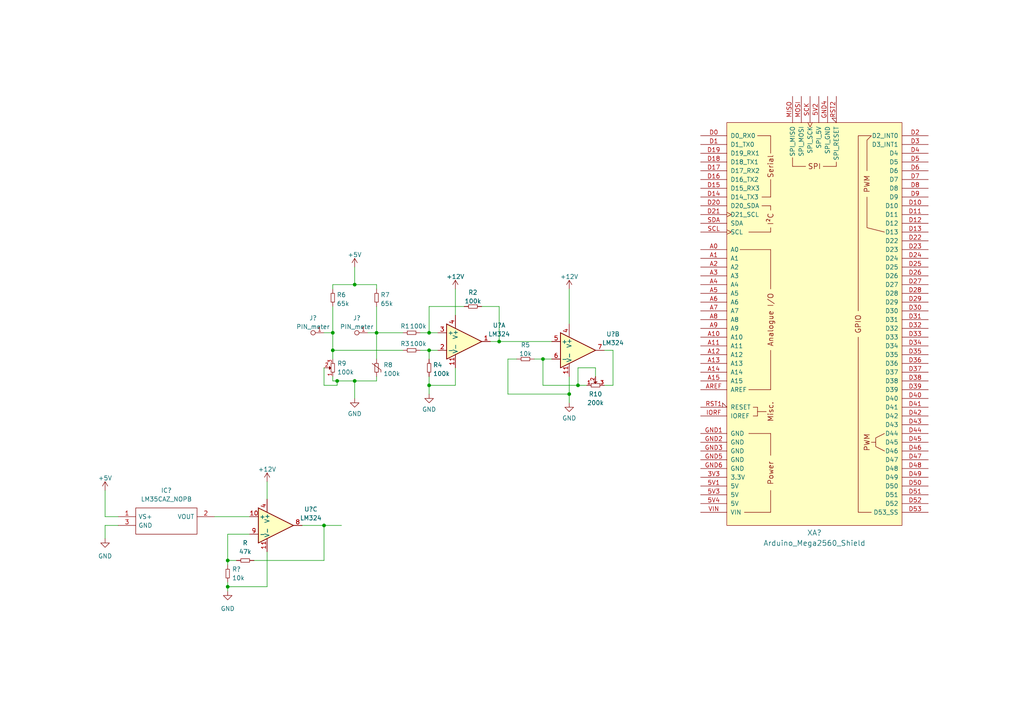
<source format=kicad_sch>
(kicad_sch (version 20211123) (generator eeschema)
  (paper "A4")
  (lib_symbols
    (symbol "EESTN5:Arduino_Mega2560_Shield" (pin_names (offset 1.016))
      (property "Reference" "XA" (at 2.54 0 90))
      (property "Value" "Arduino_Mega2560_Shield" (at -2.54 0 90))
      (symbol "Arduino_Mega2560_Shield_0_0"
        (rectangle (start -25.4 -58.42) (end 25.4 58.42) (fill (type background)))
        (rectangle (start -20.32 -54.61) (end -12.7 -54.61))
        (rectangle (start -19.05 -31.75) (end -12.7 -31.75))
        (rectangle (start -19.05 -19.05) (end -12.7 -19.05))
        (rectangle (start -19.05 26.67) (end -12.7 26.67))
        (rectangle (start -17.78 -26.67) (end -16.51 -26.67))
        (rectangle (start -17.78 -24.13) (end -16.51 -24.13))
        (rectangle (start -16.51 -25.4) (end -13.97 -25.4))
        (rectangle (start -16.51 -24.13) (end -16.51 -26.67))
        (rectangle (start -16.51 54.61) (end -12.7 54.61))
        (rectangle (start -15.24 34.29) (end -12.7 34.29))
        (rectangle (start -15.24 36.83) (end -12.7 36.83))
        (rectangle (start -12.7 -54.61) (end -12.7 -48.26))
        (rectangle (start -12.7 -31.75) (end -12.7 -38.1))
        (rectangle (start -12.7 26.67) (end -12.7 27.94))
        (rectangle (start -12.7 34.29) (end -12.7 33.02))
        (rectangle (start -12.7 41.91) (end -12.7 36.83))
        (rectangle (start -12.7 49.53) (end -12.7 54.61))
        (rectangle (start -6.35 48.26) (end -6.35 45.72))
        (rectangle (start -2.54 45.72) (end -6.35 45.72))
        (polyline (pts (xy -21.59 21.59) (xy -12.7 21.59)))
        (polyline (pts (xy -12.7 -19.05) (xy -12.7 -7.62)))
        (polyline (pts (xy -12.7 10.16) (xy -12.7 21.59)))
        (polyline (pts (xy 12.7 -54.61) (xy 16.51 -54.61)))
        (polyline (pts (xy 12.7 54.61) (xy 16.51 54.61)))
        (polyline (pts (xy 17.78 -34.29) (xy 16.51 -34.29)))
        (polyline (pts (xy 15.24 36.83) (xy 15.24 27.94) (xy 20.32 26.67)))
        (polyline (pts (xy 15.24 44.45) (xy 15.24 53.34) (xy 16.51 54.61)))
        (polyline (pts (xy 20.32 -31.75) (xy 17.78 -33.02) (xy 17.78 -35.56) (xy 20.32 -36.83)))
        (rectangle (start 6.35 45.72) (end 2.54 45.72))
        (rectangle (start 6.35 46.99) (end 6.35 45.72))
        (text "Analogue I/O" (at -12.7 1.27 900) (effects (font (size 1.524 1.524))))
        (text "I²C" (at -12.7 30.48 900) (effects (font (size 1.524 1.524))))
        (text "Misc." (at -12.7 -25.4 900) (effects (font (size 1.524 1.524))))
        (text "Power" (at -12.7 -43.18 900) (effects (font (size 1.524 1.524))))
        (text "PWM" (at 15.24 -34.29 900) (effects (font (size 1.524 1.524))))
        (text "PWM" (at 15.24 40.64 900) (effects (font (size 1.524 1.524))))
        (text "Serial" (at -12.7 45.72 900) (effects (font (size 1.524 1.524))))
        (text "SPI" (at 0 45.72 0) (effects (font (size 1.524 1.524))))
      )
      (symbol "Arduino_Mega2560_Shield_1_0"
        (rectangle (start 12.7 -54.61) (end 12.7 -3.81))
        (rectangle (start 12.7 54.61) (end 12.7 3.81))
        (text "GPIO" (at 12.7 0 900) (effects (font (size 1.524 1.524))))
      )
      (symbol "Arduino_Mega2560_Shield_1_1"
        (pin power_in line (at -33.02 -44.45 0) (length 7.62) (name "3.3V") (number "3V3"))
        (pin power_in line (at -33.02 -46.99 0) (length 7.62) (name "5V") (number "5V1"))
        (pin power_in line (at 1.27 66.04 270) (length 7.62) (name "SPI_5V") (number "5V2"))
        (pin power_in line (at -33.02 -49.53 0) (length 7.62) (name "5V") (number "5V3"))
        (pin power_in line (at -33.02 -52.07 0) (length 7.62) (name "5V") (number "5V4"))
        (pin bidirectional line (at -33.02 21.59 0) (length 7.62) (name "A0") (number "A0"))
        (pin bidirectional line (at -33.02 19.05 0) (length 7.62) (name "A1") (number "A1"))
        (pin bidirectional line (at -33.02 -3.81 0) (length 7.62) (name "A10") (number "A10"))
        (pin bidirectional line (at -33.02 -6.35 0) (length 7.62) (name "A11") (number "A11"))
        (pin bidirectional line (at -33.02 -8.89 0) (length 7.62) (name "A12") (number "A12"))
        (pin bidirectional line (at -33.02 -11.43 0) (length 7.62) (name "A13") (number "A13"))
        (pin bidirectional line (at -33.02 -13.97 0) (length 7.62) (name "A14") (number "A14"))
        (pin bidirectional line (at -33.02 -16.51 0) (length 7.62) (name "A15") (number "A15"))
        (pin bidirectional line (at -33.02 16.51 0) (length 7.62) (name "A2") (number "A2"))
        (pin bidirectional line (at -33.02 13.97 0) (length 7.62) (name "A3") (number "A3"))
        (pin bidirectional line (at -33.02 11.43 0) (length 7.62) (name "A4") (number "A4"))
        (pin bidirectional line (at -33.02 8.89 0) (length 7.62) (name "A5") (number "A5"))
        (pin bidirectional line (at -33.02 6.35 0) (length 7.62) (name "A6") (number "A6"))
        (pin bidirectional line (at -33.02 3.81 0) (length 7.62) (name "A7") (number "A7"))
        (pin bidirectional line (at -33.02 1.27 0) (length 7.62) (name "A8") (number "A8"))
        (pin bidirectional line (at -33.02 -1.27 0) (length 7.62) (name "A9") (number "A9"))
        (pin input line (at -33.02 -19.05 0) (length 7.62) (name "AREF") (number "AREF"))
        (pin bidirectional line (at -33.02 54.61 0) (length 7.62) (name "D0_RX0") (number "D0"))
        (pin bidirectional line (at -33.02 52.07 0) (length 7.62) (name "D1_TX0") (number "D1"))
        (pin bidirectional line (at 33.02 34.29 180) (length 7.62) (name "D10") (number "D10"))
        (pin bidirectional line (at 33.02 31.75 180) (length 7.62) (name "D11") (number "D11"))
        (pin bidirectional line (at 33.02 29.21 180) (length 7.62) (name "D12") (number "D12"))
        (pin bidirectional line (at 33.02 26.67 180) (length 7.62) (name "D13") (number "D13"))
        (pin bidirectional line (at -33.02 36.83 0) (length 7.62) (name "D14_TX3") (number "D14"))
        (pin bidirectional line (at -33.02 39.37 0) (length 7.62) (name "D15_RX3") (number "D15"))
        (pin bidirectional line (at -33.02 41.91 0) (length 7.62) (name "D16_TX2") (number "D16"))
        (pin bidirectional line (at -33.02 44.45 0) (length 7.62) (name "D17_RX2") (number "D17"))
        (pin bidirectional line (at -33.02 46.99 0) (length 7.62) (name "D18_TX1") (number "D18"))
        (pin bidirectional line (at -33.02 49.53 0) (length 7.62) (name "D19_RX1") (number "D19"))
        (pin bidirectional line (at 33.02 54.61 180) (length 7.62) (name "D2_INT0") (number "D2"))
        (pin bidirectional line (at -33.02 34.29 0) (length 7.62) (name "D20_SDA") (number "D20"))
        (pin bidirectional clock (at -33.02 31.75 0) (length 7.62) (name "D21_SCL") (number "D21"))
        (pin bidirectional line (at 33.02 24.13 180) (length 7.62) (name "D22") (number "D22"))
        (pin bidirectional line (at 33.02 21.59 180) (length 7.62) (name "D23") (number "D23"))
        (pin bidirectional line (at 33.02 19.05 180) (length 7.62) (name "D24") (number "D24"))
        (pin bidirectional line (at 33.02 16.51 180) (length 7.62) (name "D25") (number "D25"))
        (pin bidirectional line (at 33.02 13.97 180) (length 7.62) (name "D26") (number "D26"))
        (pin bidirectional line (at 33.02 11.43 180) (length 7.62) (name "D27") (number "D27"))
        (pin bidirectional line (at 33.02 8.89 180) (length 7.62) (name "D28") (number "D28"))
        (pin bidirectional line (at 33.02 6.35 180) (length 7.62) (name "D29") (number "D29"))
        (pin bidirectional line (at 33.02 52.07 180) (length 7.62) (name "D3_INT1") (number "D3"))
        (pin bidirectional line (at 33.02 3.81 180) (length 7.62) (name "D30") (number "D30"))
        (pin bidirectional line (at 33.02 1.27 180) (length 7.62) (name "D31") (number "D31"))
        (pin bidirectional line (at 33.02 -1.27 180) (length 7.62) (name "D32") (number "D32"))
        (pin bidirectional line (at 33.02 -3.81 180) (length 7.62) (name "D33") (number "D33"))
        (pin bidirectional line (at 33.02 -6.35 180) (length 7.62) (name "D34") (number "D34"))
        (pin bidirectional line (at 33.02 -8.89 180) (length 7.62) (name "D35") (number "D35"))
        (pin bidirectional line (at 33.02 -11.43 180) (length 7.62) (name "D36") (number "D36"))
        (pin bidirectional line (at 33.02 -13.97 180) (length 7.62) (name "D37") (number "D37"))
        (pin bidirectional line (at 33.02 -16.51 180) (length 7.62) (name "D38") (number "D38"))
        (pin bidirectional line (at 33.02 -19.05 180) (length 7.62) (name "D39") (number "D39"))
        (pin bidirectional line (at 33.02 49.53 180) (length 7.62) (name "D4") (number "D4"))
        (pin bidirectional line (at 33.02 -21.59 180) (length 7.62) (name "D40") (number "D40"))
        (pin bidirectional line (at 33.02 -24.13 180) (length 7.62) (name "D41") (number "D41"))
        (pin bidirectional line (at 33.02 -26.67 180) (length 7.62) (name "D42") (number "D42"))
        (pin bidirectional line (at 33.02 -29.21 180) (length 7.62) (name "D43") (number "D43"))
        (pin bidirectional line (at 33.02 -31.75 180) (length 7.62) (name "D44") (number "D44"))
        (pin bidirectional line (at 33.02 -34.29 180) (length 7.62) (name "D45") (number "D45"))
        (pin bidirectional line (at 33.02 -36.83 180) (length 7.62) (name "D46") (number "D46"))
        (pin bidirectional line (at 33.02 -39.37 180) (length 7.62) (name "D47") (number "D47"))
        (pin bidirectional line (at 33.02 -41.91 180) (length 7.62) (name "D48") (number "D48"))
        (pin bidirectional line (at 33.02 -44.45 180) (length 7.62) (name "D49") (number "D49"))
        (pin bidirectional line (at 33.02 46.99 180) (length 7.62) (name "D5") (number "D5"))
        (pin bidirectional line (at 33.02 -46.99 180) (length 7.62) (name "D50") (number "D50"))
        (pin bidirectional line (at 33.02 -49.53 180) (length 7.62) (name "D51") (number "D51"))
        (pin bidirectional line (at 33.02 -52.07 180) (length 7.62) (name "D52") (number "D52"))
        (pin bidirectional line (at 33.02 -54.61 180) (length 7.62) (name "D53_SS") (number "D53"))
        (pin bidirectional line (at 33.02 44.45 180) (length 7.62) (name "D6") (number "D6"))
        (pin bidirectional line (at 33.02 41.91 180) (length 7.62) (name "D7") (number "D7"))
        (pin bidirectional line (at 33.02 39.37 180) (length 7.62) (name "D8") (number "D8"))
        (pin bidirectional line (at 33.02 36.83 180) (length 7.62) (name "D9") (number "D9"))
        (pin power_in line (at -33.02 -31.75 0) (length 7.62) (name "GND") (number "GND1"))
        (pin power_in line (at -33.02 -34.29 0) (length 7.62) (name "GND") (number "GND2"))
        (pin power_in line (at -33.02 -36.83 0) (length 7.62) (name "GND") (number "GND3"))
        (pin power_in line (at 3.81 66.04 270) (length 7.62) (name "SPI_GND") (number "GND4"))
        (pin power_in line (at -33.02 -39.37 0) (length 7.62) (name "GND") (number "GND5"))
        (pin power_in line (at -33.02 -41.91 0) (length 7.62) (name "GND") (number "GND6"))
        (pin output line (at -33.02 -26.67 0) (length 7.62) (name "IOREF") (number "IORF"))
        (pin input line (at -6.35 66.04 270) (length 7.62) (name "SPI_MISO") (number "MISO"))
        (pin output line (at -3.81 66.04 270) (length 7.62) (name "SPI_MOSI") (number "MOSI"))
        (pin open_collector input_low (at -33.02 -24.13 0) (length 7.62) (name "RESET") (number "RST1"))
        (pin open_collector input_low (at 6.35 66.04 270) (length 7.62) (name "SPI_RESET") (number "RST2"))
        (pin output clock (at -1.27 66.04 270) (length 7.62) (name "SPI_SCK") (number "SCK"))
        (pin bidirectional clock (at -33.02 26.67 0) (length 7.62) (name "SCL") (number "SCL"))
        (pin bidirectional line (at -33.02 29.21 0) (length 7.62) (name "SDA") (number "SDA"))
        (pin power_in line (at -33.02 -54.61 0) (length 7.62) (name "VIN") (number "VIN"))
      )
    )
    (symbol "EESTN5:POT" (pin_names (offset 1.016) hide)
      (property "Reference" "R" (at 0 -1.27 0))
      (property "Value" "POT" (at 0 -3.81 0))
      (symbol "POT_0_0"
        (rectangle (start -1.27 0.508) (end 1.27 -0.508))
      )
      (symbol "POT_0_1"
        (polyline (pts (xy 0 0.508) (xy -0.508 1.016) (xy 0.508 1.016)) (fill (type outline)))
      )
      (symbol "POT_1_1"
        (pin passive line (at -2.54 0 0) (length 1.27) (name "1") (number "1"))
        (pin passive line (at 0 2.54 270) (length 1.524) (name "2") (number "2"))
        (pin passive line (at 2.54 0 180) (length 1.27) (name "3") (number "3"))
      )
    )
    (symbol "EESTN5:R" (pin_numbers hide) (pin_names (offset 0))
      (property "Reference" "R" (at -1.27 0 90))
      (property "Value" "R" (at 1.27 0 90))
      (symbol "R_0_1"
        (rectangle (start 0.508 1.27) (end -0.508 -1.27))
      )
      (symbol "R_1_1"
        (pin passive line (at 0 2.54 270) (length 1.27) (name "~") (number "1"))
        (pin passive line (at 0 -2.54 90) (length 1.27) (name "~") (number "2"))
      )
    )
    (symbol "MacroLib:LM324" (pin_names (offset 0.3048))
      (property "Reference" "U" (at 0 7.62 0))
      (property "Value" "LM324" (at 2.54 5.08 0))
      (symbol "LM324_1_1"
        (polyline (pts (xy -5.08 5.08) (xy 5.08 0) (xy -5.08 -5.08) (xy -5.08 5.08)) (stroke (width 0.254)) (fill (type background)))
        (pin output line (at 7.62 0 180) (length 2.54) (name "~") (number "1"))
        (pin passive line (at -2.54 -7.62 90) (length 3.81) (name "V-") (number "11"))
        (pin input line (at -7.62 -2.54 0) (length 2.54) (name "-") (number "2"))
        (pin input line (at -7.62 2.54 0) (length 2.54) (name "+") (number "3"))
        (pin passive line (at -2.54 7.62 270) (length 3.81) (name "V+") (number "4"))
      )
      (symbol "LM324_2_1"
        (polyline (pts (xy -5.08 5.08) (xy 5.08 0) (xy -5.08 -5.08) (xy -5.08 5.08)) (stroke (width 0.254)) (fill (type background)))
        (pin passive line (at -2.54 -7.62 90) (length 3.81) (name "V-") (number "11"))
        (pin passive line (at -2.54 7.62 270) (length 3.81) (name "V+") (number "4"))
        (pin input line (at -7.62 2.54 0) (length 2.54) (name "+") (number "5"))
        (pin input line (at -7.62 -2.54 0) (length 2.54) (name "-") (number "6"))
        (pin output line (at 7.62 0 180) (length 2.54) (name "~") (number "7"))
      )
      (symbol "LM324_3_1"
        (polyline (pts (xy -5.08 5.08) (xy 5.08 0) (xy -5.08 -5.08) (xy -5.08 5.08)) (stroke (width 0.254)) (fill (type background)))
        (pin input line (at -7.62 2.54 0) (length 2.54) (name "+") (number "10"))
        (pin passive line (at -2.54 -7.62 90) (length 3.81) (name "V-") (number "11"))
        (pin passive line (at -2.54 7.62 270) (length 3.81) (name "V+") (number "4"))
        (pin output line (at 7.62 0 180) (length 2.54) (name "~") (number "8"))
        (pin input line (at -7.62 -2.54 0) (length 2.54) (name "-") (number "9"))
      )
      (symbol "LM324_4_1"
        (polyline (pts (xy -5.08 5.08) (xy 5.08 0) (xy -5.08 -5.08) (xy -5.08 5.08)) (stroke (width 0.254)) (fill (type background)))
        (pin passive line (at -2.54 -7.62 90) (length 3.81) (name "V-") (number "11"))
        (pin input line (at -7.62 2.54 0) (length 2.54) (name "+") (number "12"))
        (pin input line (at -7.62 -2.54 0) (length 2.54) (name "-") (number "13"))
        (pin output line (at 7.62 0 180) (length 2.54) (name "~") (number "14"))
        (pin passive line (at -2.54 7.62 270) (length 3.81) (name "V+") (number "4"))
      )
    )
    (symbol "MacroLib:LM35CAZ_NOPB" (pin_names (offset 0.762))
      (property "Reference" "IC" (at 10.16 8.89 0))
      (property "Value" "LM35CAZ_NOPB" (at 10.16 6.35 0))
      (symbol "LM35CAZ_NOPB_0_0"
        (pin passive line (at -13.97 1.27 0) (length 5.08) (name "VS+") (number "1"))
        (pin output line (at 13.97 1.27 180) (length 5.08) (name "VOUT") (number "2"))
        (pin power_in line (at -13.97 -1.27 0) (length 5.08) (name "GND") (number "3"))
      )
      (symbol "LM35CAZ_NOPB_0_1"
        (polyline (pts (xy -8.89 3.81) (xy 8.89 3.81) (xy 8.89 -3.81) (xy -8.89 -3.81) (xy -8.89 3.81)) (stroke (width 0.1524)))
      )
    )
    (symbol "MacroLib:NTC" (pin_numbers hide)
      (property "Reference" "R" (at 2.54 1.905 0))
      (property "Value" "NTC" (at -1.905 1.905 0))
      (symbol "NTC_0_1"
        (rectangle (start -1.27 0.508) (end 1.27 -0.508))
        (polyline (pts (xy -1.27 -1.27) (xy -0.635 -1.27) (xy 1.27 1.27)) (stroke (width 0.1524)))
      )
      (symbol "NTC_1_1"
        (pin passive line (at -2.54 0 0) (length 1.27) (name "~") (number "1"))
        (pin passive line (at 2.54 0 180) (length 1.27) (name "~") (number "2"))
      )
    )
    (symbol "MacroLib:PIN_meter" (pin_names hide)
      (property "Reference" "J" (at 0 3.81 0))
      (property "Value" "PIN_meter" (at 0 2.54 0))
      (symbol "PIN_meter_0_1"
        (circle (center 0.635 0) (radius 0.635) (stroke (width 0.1524)))
      )
      (symbol "PIN_meter_1_1"
        (pin input line (at -2.54 0 0) (length 2.54) (name "1") (number "1"))
      )
    )
    (symbol "power:+12V" (power) (pin_names (offset 0))
      (property "Value" "+12V" (at 0 3.556 0))
      (symbol "+12V_0_1"
        (polyline (pts (xy -0.762 1.27) (xy 0 2.54)))
        (polyline (pts (xy 0 0) (xy 0 2.54)))
        (polyline (pts (xy 0 2.54) (xy 0.762 1.27)))
      )
      (symbol "+12V_1_1"
        (pin power_in line (at 0 0 90) (length 0) hide (name "+12V") (number "1"))
      )
    )
    (symbol "power:+5V" (power) (pin_names (offset 0))
      (property "Value" "+5V" (at 0 3.556 0))
      (symbol "+5V_0_1"
        (polyline (pts (xy -0.762 1.27) (xy 0 2.54)))
        (polyline (pts (xy 0 0) (xy 0 2.54)))
        (polyline (pts (xy 0 2.54) (xy 0.762 1.27)))
      )
      (symbol "+5V_1_1"
        (pin power_in line (at 0 0 90) (length 0) hide (name "+5V") (number "1"))
      )
    )
    (symbol "power:GND" (power) (pin_names (offset 0))
      (property "Value" "GND" (at 0 -3.81 0))
      (symbol "GND_0_1"
        (polyline (pts (xy 0 0) (xy 0 -1.27) (xy 1.27 -1.27) (xy 0 -2.54) (xy -1.27 -1.27) (xy 0 -1.27)))
      )
      (symbol "GND_1_1"
        (pin power_in line (at 0 0 270) (length 0) hide (name "GND") (number "1"))
      )
    )
  )
  (junction (at 66.04 170.18))
  (junction (at 165.1 114.3))
  (junction (at 157.48 104.14))
  (junction (at 97.79 110.49))
  (junction (at 96.52 101.6))
  (junction (at 109.22 96.52))
  (junction (at 124.46 111.76))
  (junction (at 167.64 111.76))
  (junction (at 124.46 96.52))
  (junction (at 124.46 101.6))
  (junction (at 93.98 152.4))
  (junction (at 66.04 162.56))
  (junction (at 144.78 99.06))
  (junction (at 102.87 82.55))
  (junction (at 96.52 96.52))
  (junction (at 102.87 110.49))
  (wire (pts (xy 147.32 104.14) (xy 149.86 104.14)))
  (wire (pts (xy 177.8 101.6) (xy 177.8 111.76)))
  (wire (pts (xy 96.52 110.49) (xy 97.79 110.49)))
  (wire (pts (xy 172.72 106.68) (xy 172.72 109.22)))
  (wire (pts (xy 175.26 101.6) (xy 177.8 101.6)))
  (wire (pts (xy 77.47 170.18) (xy 66.04 170.18)))
  (wire (pts (xy 147.32 114.3) (xy 147.32 104.14)))
  (wire (pts (xy 132.08 83.82) (xy 132.08 91.44)))
  (wire (pts (xy 102.87 110.49) (xy 102.87 115.57)))
  (wire (pts (xy 139.7 88.9) (xy 144.78 88.9)))
  (wire (pts (xy 144.78 99.06) (xy 142.24 99.06)))
  (wire (pts (xy 99.06 152.4) (xy 93.98 152.4)))
  (wire (pts (xy 93.98 111.76) (xy 97.79 111.76)))
  (wire (pts (xy 124.46 111.76) (xy 132.08 111.76)))
  (wire (pts (xy 66.04 170.18) (xy 66.04 171.45)))
  (wire (pts (xy 167.64 111.76) (xy 167.64 106.68)))
  (wire (pts (xy 102.87 110.49) (xy 109.22 110.49)))
  (wire (pts (xy 124.46 88.9) (xy 124.46 96.52)))
  (wire (pts (xy 77.47 160.02) (xy 77.47 170.18)))
  (wire (pts (xy 96.52 101.6) (xy 96.52 104.14)))
  (wire (pts (xy 66.04 168.91) (xy 66.04 170.18)))
  (wire (pts (xy 167.64 111.76) (xy 170.18 111.76)))
  (wire (pts (xy 157.48 104.14) (xy 157.48 111.76)))
  (wire (pts (xy 106.68 96.52) (xy 109.22 96.52)))
  (wire (pts (xy 73.66 162.56) (xy 93.98 162.56)))
  (wire (pts (xy 144.78 99.06) (xy 160.02 99.06)))
  (wire (pts (xy 93.98 96.52) (xy 96.52 96.52)))
  (wire (pts (xy 96.52 96.52) (xy 96.52 101.6)))
  (wire (pts (xy 165.1 114.3) (xy 165.1 116.84)))
  (wire (pts (xy 34.29 152.4) (xy 30.48 152.4)))
  (wire (pts (xy 97.79 110.49) (xy 102.87 110.49)))
  (wire (pts (xy 157.48 111.76) (xy 167.64 111.76)))
  (wire (pts (xy 96.52 82.55) (xy 102.87 82.55)))
  (wire (pts (xy 96.52 88.9) (xy 96.52 96.52)))
  (wire (pts (xy 124.46 111.76) (xy 124.46 114.3)))
  (wire (pts (xy 154.94 104.14) (xy 157.48 104.14)))
  (wire (pts (xy 62.23 149.86) (xy 72.39 149.86)))
  (wire (pts (xy 109.22 82.55) (xy 109.22 83.82)))
  (wire (pts (xy 109.22 88.9) (xy 109.22 96.52)))
  (wire (pts (xy 93.98 152.4) (xy 87.63 152.4)))
  (wire (pts (xy 97.79 110.49) (xy 97.79 111.76)))
  (wire (pts (xy 121.92 101.6) (xy 124.46 101.6)))
  (wire (pts (xy 30.48 152.4) (xy 30.48 156.21)))
  (wire (pts (xy 93.98 162.56) (xy 93.98 152.4)))
  (wire (pts (xy 96.52 83.82) (xy 96.52 82.55)))
  (wire (pts (xy 124.46 101.6) (xy 127 101.6)))
  (wire (pts (xy 96.52 101.6) (xy 116.84 101.6)))
  (wire (pts (xy 124.46 109.22) (xy 124.46 111.76)))
  (wire (pts (xy 102.87 77.47) (xy 102.87 82.55)))
  (wire (pts (xy 96.52 109.22) (xy 96.52 110.49)))
  (wire (pts (xy 66.04 162.56) (xy 66.04 154.94)))
  (wire (pts (xy 30.48 149.86) (xy 34.29 149.86)))
  (wire (pts (xy 132.08 111.76) (xy 132.08 106.68)))
  (wire (pts (xy 165.1 109.22) (xy 165.1 114.3)))
  (wire (pts (xy 124.46 101.6) (xy 124.46 104.14)))
  (wire (pts (xy 77.47 139.7) (xy 77.47 144.78)))
  (wire (pts (xy 102.87 82.55) (xy 109.22 82.55)))
  (wire (pts (xy 66.04 162.56) (xy 68.58 162.56)))
  (wire (pts (xy 93.98 106.68) (xy 93.98 111.76)))
  (wire (pts (xy 30.48 142.24) (xy 30.48 149.86)))
  (wire (pts (xy 167.64 106.68) (xy 172.72 106.68)))
  (wire (pts (xy 165.1 114.3) (xy 147.32 114.3)))
  (wire (pts (xy 109.22 110.49) (xy 109.22 109.22)))
  (wire (pts (xy 109.22 96.52) (xy 116.84 96.52)))
  (wire (pts (xy 109.22 96.52) (xy 109.22 104.14)))
  (wire (pts (xy 121.92 96.52) (xy 124.46 96.52)))
  (wire (pts (xy 66.04 154.94) (xy 72.39 154.94)))
  (wire (pts (xy 177.8 111.76) (xy 175.26 111.76)))
  (wire (pts (xy 124.46 96.52) (xy 127 96.52)))
  (wire (pts (xy 66.04 163.83) (xy 66.04 162.56)))
  (wire (pts (xy 165.1 83.82) (xy 165.1 93.98)))
  (wire (pts (xy 134.62 88.9) (xy 124.46 88.9)))
  (wire (pts (xy 144.78 88.9) (xy 144.78 99.06)))
  (wire (pts (xy 157.48 104.14) (xy 160.02 104.14)))
  (symbol (lib_id "MacroLib:LM324") (at 134.62 99.06 0) (unit 1)
    (property "Reference" "U?" (at 144.78 94.361 0))
    (property "Value" "LM324" (at 144.78 96.901 0))
  )
  (symbol (lib_id "EESTN5:R") (at 119.38 101.6 90) (unit 1)
    (property "Reference" "R3" (at 117.475 99.695 90))
    (property "Value" "100k" (at 121.285 99.695 90))
  )
  (symbol (lib_id "EESTN5:POT") (at 96.52 106.68 90) (unit 1)
    (property "Reference" "R9" (at 97.79 105.4099 90) (effects (justify right)))
    (property "Value" "100k" (at 97.79 107.9499 90) (effects (justify right)))
  )
  (symbol (lib_id "EESTN5:R") (at 109.22 86.36 0) (unit 1)
    (property "Reference" "R7" (at 110.363 85.5253 0) (effects (justify left)))
    (property "Value" "65k" (at 110.363 88.0622 0) (effects (justify left)))
  )
  (symbol (lib_id "power:GND") (at 124.46 114.3 0) (unit 1)
    (property "Reference" "#PWR?" (effects hide))
    (property "Value" "GND" (at 124.46 118.7434 0))
  )
  (symbol (lib_id "EESTN5:R") (at 96.52 86.36 0) (unit 1)
    (property "Reference" "R6" (at 97.663 85.5253 0) (effects (justify left)))
    (property "Value" "65k" (at 97.663 88.0622 0) (effects (justify left)))
  )
  (symbol (lib_id "power:+12V") (at 77.47 139.7 0) (unit 1)
    (property "Reference" "#PWR?" (effects hide))
    (property "Value" "+12V" (at 77.47 136.1242 0))
  )
  (symbol (lib_id "power:GND") (at 102.87 115.57 0) (unit 1)
    (property "Reference" "#PWR?" (effects hide))
    (property "Value" "GND" (at 102.87 120.0134 0))
  )
  (symbol (lib_id "power:GND") (at 66.04 171.45 0) (unit 1)
    (property "Reference" "#PWR?" (effects hide))
    (property "Value" "GND" (at 66.04 176.53 0))
  )
  (symbol (lib_id "MacroLib:PIN_meter") (at 104.14 96.52 180) (unit 1)
    (property "Reference" "J?" (at 103.505 92.236 0))
    (property "Value" "PIN_meter" (at 103.505 94.7729 0))
  )
  (symbol (lib_id "EESTN5:Arduino_Mega2560_Shield") (at 236.22 93.98 0) (unit 1)
    (property "Reference" "XA?" (at 236.22 154.5317 0) (effects (font (size 1.524 1.524))))
    (property "Value" "Arduino_Mega2560_Shield" (at 236.22 157.5251 0) (effects (font (size 1.524 1.524))))
  )
  (symbol (lib_id "EESTN5:POT") (at 172.72 111.76 0) (unit 1)
    (property "Reference" "R10" (at 172.72 114.3 0))
    (property "Value" "200k" (at 172.72 116.84 0))
  )
  (symbol (lib_id "EESTN5:R") (at 124.46 106.68 0) (unit 1)
    (property "Reference" "R4" (at 125.603 105.8453 0) (effects (justify left)))
    (property "Value" "100k" (at 125.603 108.3822 0) (effects (justify left)))
  )
  (symbol (lib_id "MacroLib:LM324") (at 167.64 101.6 0) (unit 2)
    (property "Reference" "U?" (at 177.8 96.901 0))
    (property "Value" "LM324" (at 177.8 99.441 0))
  )
  (symbol (lib_id "power:GND") (at 165.1 116.84 0) (unit 1)
    (property "Reference" "#PWR?" (effects hide))
    (property "Value" "GND" (at 165.1 121.2834 0))
  )
  (symbol (lib_id "EESTN5:R") (at 66.04 166.37 0) (unit 1)
    (property "Reference" "R?" (at 67.31 165.0999 0) (effects (justify left)))
    (property "Value" "10k" (at 67.31 167.6399 0) (effects (justify left)))
  )
  (symbol (lib_id "power:+5V") (at 30.48 142.24 0) (unit 1)
    (property "Reference" "#PWR?" (effects hide))
    (property "Value" "+5V" (at 30.48 138.6642 0))
  )
  (symbol (lib_id "MacroLib:LM35CAZ_NOPB") (at 48.26 151.13 0) (unit 1)
    (property "Reference" "IC?" (at 48.26 142.24 0))
    (property "Value" "LM35CAZ_NOPB" (at 48.26 144.78 0))
    (property "Footprint" "LP0003A" (effects hide))
    (property "Datasheet" "https://datasheet.datasheetarchive.com/originals/distributors/Datasheets-SFU2/DSASFU100035646.pdf" (effects hide))
    (property "Description" "LM35 CAZ temp sensor IC,-40to+110degC Texas Instruments LM35CAZ/NOPB Temperature Sensor 3-Pin TO-92, -40 ??? +110 degC" (effects hide))
    (property "Manufacturer_Name" "Texas Instruments" (effects hide))
    (property "Manufacturer_Part_Number" "LM35CAZ/NOPB" (effects hide))
    (property "Mouser Part Number" "926-LM35CAZ/NOPB" (effects hide))
    (property "Mouser Price/Stock" "https://www.mouser.co.uk/ProductDetail/Texas-Instruments/LM35CAZ-NOPB?qs=QbsRYf82W3ER1woQyHQ12A%3D%3D" (effects hide))
    (property "Arrow Part Number" "LM35CAZ/NOPB" (effects hide))
    (property "Arrow Price/Stock" "https://www.arrow.com/en/products/lm35caznopb/texas-instruments" (effects hide))
  )
  (symbol (lib_id "MacroLib:PIN_meter") (at 91.44 96.52 180) (unit 1)
    (property "Reference" "J?" (at 90.805 92.236 0))
    (property "Value" "PIN_meter" (at 90.805 94.7729 0))
  )
  (symbol (lib_id "EESTN5:R") (at 152.4 104.14 90) (unit 1)
    (property "Reference" "R5" (at 152.4 100.0592 90))
    (property "Value" "10k" (at 152.4 102.5961 90))
  )
  (symbol (lib_id "power:+5V") (at 102.87 77.47 0) (unit 1)
    (property "Reference" "#PWR?" (effects hide))
    (property "Value" "+5V" (at 102.87 73.8942 0))
  )
  (symbol (lib_id "power:+12V") (at 132.08 83.82 0) (unit 1)
    (property "Reference" "#PWR?" (effects hide))
    (property "Value" "+12V" (at 132.08 80.2442 0))
  )
  (symbol (lib_id "EESTN5:R") (at 71.12 162.56 90) (unit 1)
    (property "Reference" "R" (at 71.12 157.48 90))
    (property "Value" "47k" (at 71.12 160.02 90))
  )
  (symbol (lib_id "EESTN5:R") (at 119.38 96.52 90) (unit 1)
    (property "Reference" "R1" (at 117.475 94.615 90))
    (property "Value" "100k" (at 121.285 94.615 90))
  )
  (symbol (lib_id "MacroLib:NTC") (at 109.22 106.68 90) (unit 1)
    (property "Reference" "R8" (at 111.2012 105.8453 90) (effects (justify right)))
    (property "Value" "100k" (at 111.2012 108.3822 90) (effects (justify right)))
  )
  (symbol (lib_id "power:+12V") (at 165.1 83.82 0) (unit 1)
    (property "Reference" "#PWR?" (effects hide))
    (property "Value" "+12V" (at 165.1 80.2442 0))
  )
  (symbol (lib_id "MacroLib:LM324") (at 80.01 152.4 0) (unit 3)
    (property "Reference" "U?" (at 90.17 147.701 0))
    (property "Value" "LM324" (at 90.17 150.241 0))
  )
  (symbol (lib_id "power:GND") (at 30.48 156.21 0) (unit 1)
    (property "Reference" "#PWR?" (effects hide))
    (property "Value" "GND" (at 30.48 161.29 0))
  )
  (symbol (lib_id "EESTN5:R") (at 137.16 88.9 90) (unit 1)
    (property "Reference" "R2" (at 137.16 84.8192 90))
    (property "Value" "100k" (at 137.16 87.3561 90))
  )
)
</source>
